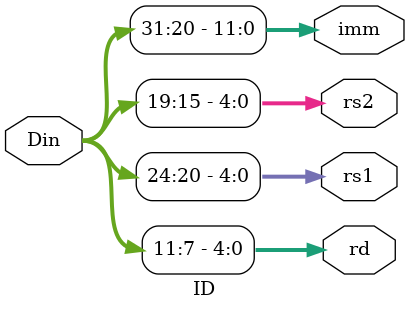
<source format=v>
module ID (Din, rd, rs1, rs2, imm);

 input  [31:0] Din;
 output [4:0] rd, rs1, rs2;
 output [11:0] imm;
 
 assign rd = Din[11:7];
 assign rs2 = Din[19:15];
 assign rs1 = Din[24:20];
 assign imm = Din[31:20];

endmodule 
</source>
